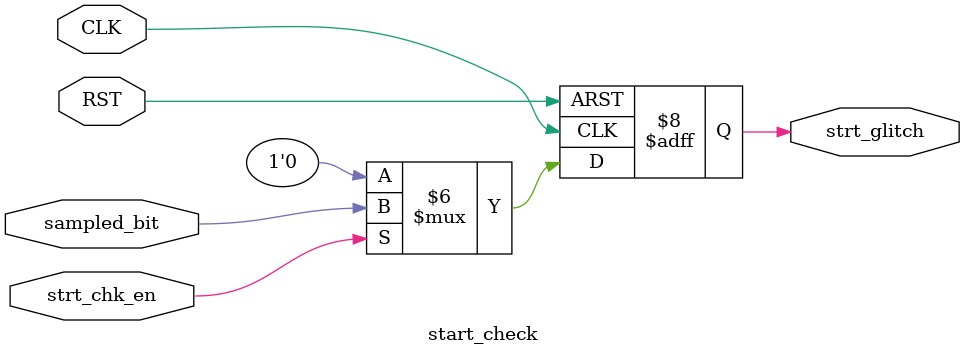
<source format=v>
module start_check (
    input  wire CLK,
    input  wire RST,
    input  wire strt_chk_en,
    input  wire sampled_bit,
    output reg  strt_glitch
);

always @(posedge CLK or negedge RST) begin
    if (!RST) begin
        strt_glitch <= 1'b0;
    end 
    else begin
        if (!strt_chk_en) 
            strt_glitch <= 1'b0;
        else
            strt_glitch <= (sampled_bit != 1'b0);
    end
end

endmodule

</source>
